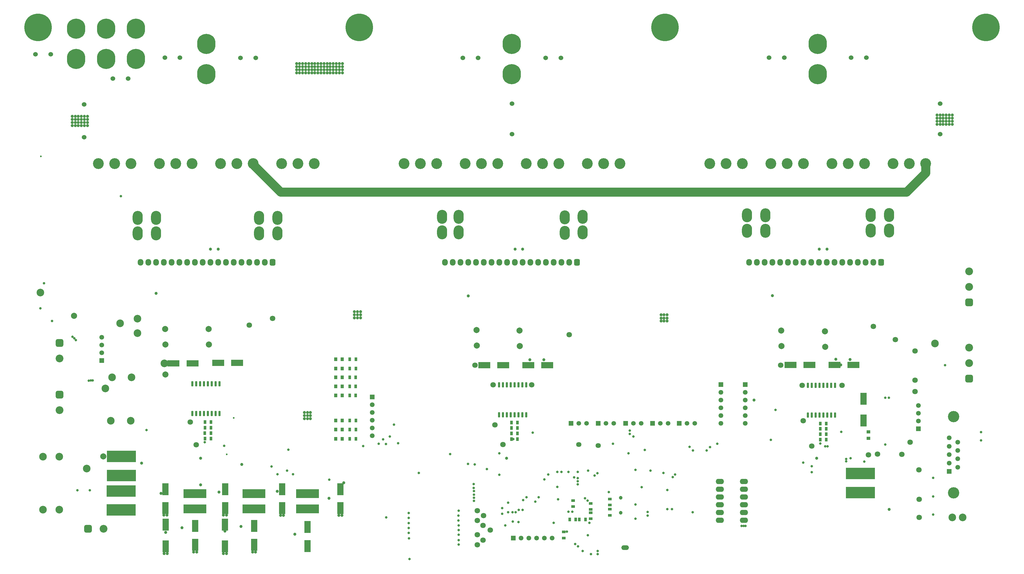
<source format=gbr>
%TF.GenerationSoftware,Altium Limited,Altium Designer,26.1.1 (7)*%
G04 Layer_Color=8388736*
%FSLAX43Y43*%
%MOMM*%
%TF.SameCoordinates,F910D8A4-5627-44EB-A571-6FFAAA827985*%
%TF.FilePolarity,Negative*%
%TF.FileFunction,Soldermask,Top*%
%TF.Part,Single*%
G01*
G75*
%TA.AperFunction,SMDPad,CuDef*%
%ADD10R,4.000X2.000*%
%ADD11R,9.500X3.750*%
%ADD14R,1.100X1.200*%
%ADD15R,2.000X4.000*%
G04:AMPARAMS|DCode=16|XSize=1.65mm|YSize=0.6mm|CornerRadius=0.051mm|HoleSize=0mm|Usage=FLASHONLY|Rotation=90.000|XOffset=0mm|YOffset=0mm|HoleType=Round|Shape=RoundedRectangle|*
%AMROUNDEDRECTD16*
21,1,1.650,0.498,0,0,90.0*
21,1,1.548,0.600,0,0,90.0*
1,1,0.102,0.249,0.774*
1,1,0.102,0.249,-0.774*
1,1,0.102,-0.249,-0.774*
1,1,0.102,-0.249,0.774*
%
%ADD16ROUNDEDRECTD16*%
%ADD17R,7.500X3.000*%
%ADD18R,1.200X1.100*%
%TA.AperFunction,ComponentPad*%
%ADD27O,1.800X1.500*%
%ADD28C,1.800*%
%ADD29C,2.000*%
%ADD30C,3.550*%
%ADD31R,1.550X1.550*%
%ADD32C,1.550*%
%ADD33O,2.700X1.750*%
%ADD34C,3.700*%
%ADD35C,1.500*%
%ADD36R,1.500X1.500*%
%ADD37C,1.200*%
%ADD38C,1.524*%
%ADD39O,6.000X6.600*%
%ADD40C,2.500*%
%ADD41C,2.550*%
G04:AMPARAMS|DCode=42|XSize=2.55mm|YSize=2.55mm|CornerRadius=0.638mm|HoleSize=0mm|Usage=FLASHONLY|Rotation=0.000|XOffset=0mm|YOffset=0mm|HoleType=Round|Shape=RoundedRectangle|*
%AMROUNDEDRECTD42*
21,1,2.550,1.275,0,0,0.0*
21,1,1.275,2.550,0,0,0.0*
1,1,1.275,0.638,-0.638*
1,1,1.275,-0.638,-0.638*
1,1,1.275,-0.638,0.638*
1,1,1.275,0.638,0.638*
%
%ADD42ROUNDEDRECTD42*%
G04:AMPARAMS|DCode=43|XSize=2.55mm|YSize=2.55mm|CornerRadius=0.638mm|HoleSize=0mm|Usage=FLASHONLY|Rotation=270.000|XOffset=0mm|YOffset=0mm|HoleType=Round|Shape=RoundedRectangle|*
%AMROUNDEDRECTD43*
21,1,2.550,1.275,0,0,270.0*
21,1,1.275,2.550,0,0,270.0*
1,1,1.275,-0.638,-0.638*
1,1,1.275,-0.638,0.638*
1,1,1.275,0.638,0.638*
1,1,1.275,0.638,-0.638*
%
%ADD43ROUNDEDRECTD43*%
%ADD44O,1.905X2.159*%
G04:AMPARAMS|DCode=45|XSize=1.905mm|YSize=2.159mm|CornerRadius=0.476mm|HoleSize=0mm|Usage=FLASHONLY|Rotation=0.000|XOffset=0mm|YOffset=0mm|HoleType=Round|Shape=RoundedRectangle|*
%AMROUNDEDRECTD45*
21,1,1.905,1.206,0,0,0.0*
21,1,0.953,2.159,0,0,0.0*
1,1,0.953,0.476,-0.603*
1,1,0.953,-0.476,-0.603*
1,1,0.953,-0.476,0.603*
1,1,0.953,0.476,0.603*
%
%ADD45ROUNDEDRECTD45*%
%ADD46O,3.302X4.572*%
%ADD47O,2.500X1.500*%
%ADD48R,1.550X1.550*%
%TA.AperFunction,ViaPad*%
%ADD49C,0.600*%
%ADD50C,0.800*%
%ADD51C,1.270*%
%ADD52C,1.000*%
%ADD53C,9.000*%
%ADD54C,2.000*%
%TA.AperFunction,NonConductor*%
%ADD107C,3.000*%
%TA.AperFunction,SMDPad,CuDef*%
%ADD108R,0.830X1.280*%
%ADD109R,1.280X0.830*%
D10*
X165305Y64331D02*
D03*
X171528D02*
D03*
X70101Y65061D02*
D03*
X63878D02*
D03*
X55501Y64911D02*
D03*
X49278D02*
D03*
X257282Y64354D02*
D03*
X251059D02*
D03*
X271712D02*
D03*
X265489D02*
D03*
X157156Y64321D02*
D03*
X150933D02*
D03*
D11*
X32250Y34400D02*
D03*
Y28150D02*
D03*
X32125Y23111D02*
D03*
Y16861D02*
D03*
X273925Y22600D02*
D03*
Y28850D02*
D03*
D14*
X104430Y60366D02*
D03*
X102330D02*
D03*
X104430Y57366D02*
D03*
X102330D02*
D03*
X104430Y66254D02*
D03*
X102330D02*
D03*
X104430Y63245D02*
D03*
X102330D02*
D03*
X104430Y54366D02*
D03*
X102330D02*
D03*
X104455Y43216D02*
D03*
X102355D02*
D03*
X104455Y46216D02*
D03*
X102355D02*
D03*
X104455Y40216D02*
D03*
X102355D02*
D03*
D15*
X103850Y23675D02*
D03*
Y17452D02*
D03*
X66150Y23675D02*
D03*
Y17452D02*
D03*
X84800Y23675D02*
D03*
Y17452D02*
D03*
X66075Y4950D02*
D03*
Y12050D02*
D03*
X75625Y11675D02*
D03*
Y5452D02*
D03*
X275000Y53319D02*
D03*
Y46219D02*
D03*
X93125Y11300D02*
D03*
Y5077D02*
D03*
X46660Y23675D02*
D03*
Y17452D02*
D03*
X56350Y11675D02*
D03*
Y5452D02*
D03*
X46700Y4950D02*
D03*
Y12050D02*
D03*
D16*
X60521Y48476D02*
D03*
X64331D02*
D03*
X57981D02*
D03*
X59251D02*
D03*
X55441Y58226D02*
D03*
X56711D02*
D03*
X57981D02*
D03*
X59251D02*
D03*
X60521D02*
D03*
X61791D02*
D03*
X63061D02*
D03*
X64331D02*
D03*
X63061Y48476D02*
D03*
X61791D02*
D03*
X56711D02*
D03*
X55441D02*
D03*
X261812Y47979D02*
D03*
X265622D02*
D03*
X259272D02*
D03*
X260542D02*
D03*
X256732Y57729D02*
D03*
X258002D02*
D03*
X259272D02*
D03*
X260542D02*
D03*
X261812D02*
D03*
X263082D02*
D03*
X264352D02*
D03*
X265622D02*
D03*
X264352Y47979D02*
D03*
X263082D02*
D03*
X258002D02*
D03*
X256732D02*
D03*
X155738Y48086D02*
D03*
X157008D02*
D03*
X162088D02*
D03*
X163358D02*
D03*
X164628Y57836D02*
D03*
X163358D02*
D03*
X162088D02*
D03*
X160818D02*
D03*
X159548D02*
D03*
X158278D02*
D03*
X157008D02*
D03*
X155738D02*
D03*
X159548Y48086D02*
D03*
X158278D02*
D03*
X164628D02*
D03*
X160818D02*
D03*
D17*
X75575Y22200D02*
D03*
Y17200D02*
D03*
X93125D02*
D03*
Y22200D02*
D03*
X56300Y17200D02*
D03*
Y22200D02*
D03*
D18*
X276541Y42468D02*
D03*
Y40368D02*
D03*
D27*
X188161Y37987D02*
D03*
X181871Y38279D02*
D03*
D28*
X166439Y57836D02*
D03*
X148660Y13457D02*
D03*
X152871Y10317D02*
D03*
X148660Y5477D02*
D03*
Y16602D02*
D03*
Y8727D02*
D03*
X150683Y15002D02*
D03*
X150475Y7027D02*
D03*
Y11827D02*
D03*
X56711Y38232D02*
D03*
X54714Y45661D02*
D03*
X74041Y77404D02*
D03*
X81661Y79635D02*
D03*
X247860Y64326D02*
D03*
X267927Y57729D02*
D03*
X254871D02*
D03*
X258002Y37788D02*
D03*
X278232Y77032D02*
D03*
X255223Y46105D02*
D03*
X293185Y20344D02*
D03*
X293072Y30054D02*
D03*
X287475Y35075D02*
D03*
X147856Y64321D02*
D03*
X157008Y38337D02*
D03*
X178714Y74317D02*
D03*
X153823Y57836D02*
D03*
X154374Y44728D02*
D03*
X293135Y14410D02*
D03*
X291806Y55633D02*
D03*
X276609Y34900D02*
D03*
X290180Y39078D02*
D03*
X291806Y59367D02*
D03*
X285396Y72651D02*
D03*
X291781Y68959D02*
D03*
X279555Y35172D02*
D03*
D29*
X16700Y80466D02*
D03*
X46623Y71070D02*
D03*
X46548Y76145D02*
D03*
X46654Y61250D02*
D03*
X60881Y71070D02*
D03*
X60806Y76145D02*
D03*
X262443Y70319D02*
D03*
X262368Y75394D02*
D03*
X248151Y70560D02*
D03*
X248076Y75635D02*
D03*
X162528Y70566D02*
D03*
X162453Y75641D02*
D03*
X148377Y75780D02*
D03*
X148452Y70705D02*
D03*
D30*
X124666Y130369D02*
D03*
X130000D02*
D03*
X135334D02*
D03*
X95334D02*
D03*
X90000D02*
D03*
X84666D02*
D03*
X184666D02*
D03*
X190000D02*
D03*
X195334D02*
D03*
X164666D02*
D03*
X170000D02*
D03*
X175334D02*
D03*
X44666D02*
D03*
X50000D02*
D03*
X55334D02*
D03*
X24666D02*
D03*
X30000D02*
D03*
X35334D02*
D03*
X64666D02*
D03*
X70000D02*
D03*
X75334D02*
D03*
X284666D02*
D03*
X290000D02*
D03*
X295334D02*
D03*
X264666D02*
D03*
X270000D02*
D03*
X275334D02*
D03*
X144666D02*
D03*
X150000D02*
D03*
X155334D02*
D03*
X224666D02*
D03*
X230000D02*
D03*
X235334D02*
D03*
X244666D02*
D03*
X250000D02*
D03*
X255334D02*
D03*
D31*
X25775Y65845D02*
D03*
X302985Y29515D02*
D03*
X114300Y53870D02*
D03*
X292961Y43498D02*
D03*
X228279Y57970D02*
D03*
X236279Y57960D02*
D03*
D32*
X25775Y68385D02*
D03*
Y70925D02*
D03*
Y73465D02*
D03*
X302985Y34995D02*
D03*
Y32255D02*
D03*
Y37735D02*
D03*
Y40475D02*
D03*
X305825Y36365D02*
D03*
Y33625D02*
D03*
Y30885D02*
D03*
Y39105D02*
D03*
X114300Y51330D02*
D03*
Y48790D02*
D03*
Y46250D02*
D03*
Y43710D02*
D03*
Y41170D02*
D03*
X173080Y7700D02*
D03*
X170540D02*
D03*
X168000D02*
D03*
X165460D02*
D03*
X162920D02*
D03*
X292961Y46038D02*
D03*
Y48578D02*
D03*
Y51118D02*
D03*
X228279Y55430D02*
D03*
Y52890D02*
D03*
Y50350D02*
D03*
Y47810D02*
D03*
Y45270D02*
D03*
X236279Y55420D02*
D03*
Y52880D02*
D03*
Y50340D02*
D03*
Y47800D02*
D03*
Y45260D02*
D03*
D33*
X228024Y13500D02*
D03*
Y16040D02*
D03*
Y18580D02*
D03*
Y21120D02*
D03*
Y23660D02*
D03*
Y26200D02*
D03*
X235865Y26225D02*
D03*
Y23685D02*
D03*
Y21145D02*
D03*
Y18605D02*
D03*
Y16065D02*
D03*
Y13525D02*
D03*
D34*
X304405Y22505D02*
D03*
Y47495D02*
D03*
D35*
X202257Y45225D02*
D03*
X199717D02*
D03*
X217202D02*
D03*
X219742D02*
D03*
X193241Y45287D02*
D03*
X190701D02*
D03*
X208532Y45225D02*
D03*
X211072D02*
D03*
X184411Y45237D02*
D03*
X181871D02*
D03*
D36*
X197177Y45225D02*
D03*
X214662D02*
D03*
X188161Y45287D02*
D03*
X205992Y45225D02*
D03*
X179331Y45237D02*
D03*
D37*
X195524Y15981D02*
D03*
Y20861D02*
D03*
D38*
X4150Y166175D02*
D03*
X9100D02*
D03*
X29450Y158225D02*
D03*
X34400D02*
D03*
X46445Y165059D02*
D03*
X51395D02*
D03*
X76135Y164983D02*
D03*
X71185D02*
D03*
X148869Y165004D02*
D03*
X143919D02*
D03*
X249058Y165034D02*
D03*
X244108D02*
D03*
X275869Y165059D02*
D03*
X270919D02*
D03*
X175971Y165004D02*
D03*
X160000Y140004D02*
D03*
Y150004D02*
D03*
X300000Y140004D02*
D03*
Y150004D02*
D03*
X20000Y138976D02*
D03*
Y149726D02*
D03*
X171021Y165004D02*
D03*
D39*
X27250Y174540D02*
D03*
Y164634D02*
D03*
X17425Y174540D02*
D03*
Y164634D02*
D03*
X60000Y159638D02*
D03*
Y169544D02*
D03*
X37000Y164634D02*
D03*
Y174540D02*
D03*
X159893Y159638D02*
D03*
Y169544D02*
D03*
X259994Y159638D02*
D03*
Y169544D02*
D03*
D40*
X307400Y14480D02*
D03*
X304005D02*
D03*
X31815Y78014D02*
D03*
X37446Y79505D02*
D03*
X6564Y16963D02*
D03*
X11898D02*
D03*
Y34362D02*
D03*
X6564D02*
D03*
X20914Y30470D02*
D03*
X46252Y64911D02*
D03*
X5724Y88112D02*
D03*
X37446Y74800D02*
D03*
X35545Y60305D02*
D03*
X35293Y46105D02*
D03*
X28765Y46105D02*
D03*
X29185Y60305D02*
D03*
X27025Y56685D02*
D03*
X298316Y71428D02*
D03*
D41*
X26390Y10725D02*
D03*
X12000Y49539D02*
D03*
Y66539D02*
D03*
X309475Y65000D02*
D03*
Y70080D02*
D03*
Y90000D02*
D03*
Y95080D02*
D03*
D42*
X21310Y10725D02*
D03*
D43*
X12000Y54619D02*
D03*
Y71619D02*
D03*
X309475Y59920D02*
D03*
Y84920D02*
D03*
D44*
X58801Y98029D02*
D03*
X38481D02*
D03*
X56261D02*
D03*
X48641D02*
D03*
X53721D02*
D03*
X46101D02*
D03*
X51181D02*
D03*
X43561D02*
D03*
X41021D02*
D03*
X61341D02*
D03*
X63881D02*
D03*
X66421D02*
D03*
X71501D02*
D03*
X79121D02*
D03*
X68961D02*
D03*
X74041D02*
D03*
X76581D02*
D03*
X158394Y98010D02*
D03*
X138074D02*
D03*
X155854D02*
D03*
X148234D02*
D03*
X153314D02*
D03*
X145694D02*
D03*
X150774D02*
D03*
X143154D02*
D03*
X140614D02*
D03*
X160934D02*
D03*
X163474D02*
D03*
X166014D02*
D03*
X171094D02*
D03*
X178714D02*
D03*
X168554D02*
D03*
X173634D02*
D03*
X176174D02*
D03*
X275692D02*
D03*
X273152D02*
D03*
X268072D02*
D03*
X278232D02*
D03*
X270612D02*
D03*
X265532D02*
D03*
X262992D02*
D03*
X260452D02*
D03*
X240132D02*
D03*
X242672D02*
D03*
X250292D02*
D03*
X245212D02*
D03*
X252832D02*
D03*
X247752D02*
D03*
X255372D02*
D03*
X237592D02*
D03*
X257912D02*
D03*
D45*
X81661Y98029D02*
D03*
X181254Y98010D02*
D03*
X280772D02*
D03*
D46*
X43562Y112544D02*
D03*
Y107464D02*
D03*
X37562Y112544D02*
D03*
Y107464D02*
D03*
X77277Y112592D02*
D03*
Y107512D02*
D03*
X83277Y112592D02*
D03*
Y107512D02*
D03*
X283380Y113506D02*
D03*
Y108426D02*
D03*
X277380Y113506D02*
D03*
Y108426D02*
D03*
X236888Y113430D02*
D03*
Y108350D02*
D03*
X242888Y113430D02*
D03*
Y108350D02*
D03*
X183094Y107808D02*
D03*
Y112888D02*
D03*
X177278Y107681D02*
D03*
Y112761D02*
D03*
X142545Y107808D02*
D03*
Y112888D02*
D03*
X137109Y107808D02*
D03*
Y112888D02*
D03*
D47*
X196975Y4550D02*
D03*
D48*
X160380Y7700D02*
D03*
D49*
X5875Y132700D02*
D03*
X66705Y35068D02*
D03*
X69000Y47075D02*
D03*
D50*
X22216Y59275D02*
D03*
X21566Y59264D02*
D03*
X22866Y59275D02*
D03*
X126484Y775D02*
D03*
X181600Y4970D02*
D03*
X185800Y2425D02*
D03*
X183105Y3450D02*
D03*
X188025Y2425D02*
D03*
Y3450D02*
D03*
X184835Y8569D02*
D03*
X235099Y11630D02*
D03*
X235750D02*
D03*
X236400D02*
D03*
X32025Y119650D02*
D03*
X203407Y36515D02*
D03*
X129550Y29025D02*
D03*
X86404Y29775D02*
D03*
X83315Y28539D02*
D03*
X17343Y72509D02*
D03*
X16793Y73091D02*
D03*
X88396Y28539D02*
D03*
X301604Y64312D02*
D03*
X16191Y73649D02*
D03*
X81310Y31079D02*
D03*
X86867Y36579D02*
D03*
X111342Y37779D02*
D03*
X118800Y38509D02*
D03*
X139750Y35195D02*
D03*
X155825Y35400D02*
D03*
X198100Y35425D02*
D03*
X258002Y29278D02*
D03*
X258000Y31200D02*
D03*
X255275Y32375D02*
D03*
X173628Y12631D02*
D03*
X162150Y12915D02*
D03*
X6925Y91125D02*
D03*
X9548Y78817D02*
D03*
X100245Y26800D02*
D03*
X205325Y29800D02*
D03*
X65836Y37926D02*
D03*
X164725Y21025D02*
D03*
X151775Y30275D02*
D03*
X155875Y28450D02*
D03*
X122775Y38775D02*
D03*
X117850Y39975D02*
D03*
X120000Y40975D02*
D03*
X200400Y30000D02*
D03*
Y18700D02*
D03*
X202395Y24357D02*
D03*
X212561Y27607D02*
D03*
X176175Y29299D02*
D03*
X145625Y31925D02*
D03*
X184750Y19975D02*
D03*
X183851Y20705D02*
D03*
X184900Y29800D02*
D03*
X180351Y27568D02*
D03*
X171875Y28500D02*
D03*
X181468Y29299D02*
D03*
X178450Y29300D02*
D03*
X174775D02*
D03*
X118825Y14475D02*
D03*
X5724Y82922D02*
D03*
X313374Y42354D02*
D03*
X313424Y39677D02*
D03*
X297783Y15338D02*
D03*
X297758Y21338D02*
D03*
Y27363D02*
D03*
X269325Y32800D02*
D03*
X263212Y37683D02*
D03*
X262412D02*
D03*
X260837Y38688D02*
D03*
X269324Y33600D02*
D03*
X21894Y23338D02*
D03*
X40450Y43075D02*
D03*
X246218Y49700D02*
D03*
X219100Y16150D02*
D03*
X270700Y33800D02*
D03*
X275225Y32700D02*
D03*
X282095Y38300D02*
D03*
X244700Y39850D02*
D03*
X223625Y36400D02*
D03*
X219150Y36375D02*
D03*
X224750Y37500D02*
D03*
X227100Y38600D02*
D03*
X204391Y15071D02*
D03*
X147549Y19850D02*
D03*
X218050Y37525D02*
D03*
X178451Y16288D02*
D03*
X193025Y38575D02*
D03*
X158700Y19245D02*
D03*
X210775Y17125D02*
D03*
X212355D02*
D03*
X204391Y16199D02*
D03*
X210760Y23375D02*
D03*
X177972Y9746D02*
D03*
X180621Y5700D02*
D03*
X187000Y28125D02*
D03*
X187977Y28947D02*
D03*
X198500Y42925D02*
D03*
X199717Y40952D02*
D03*
X198500Y41800D02*
D03*
X181468Y27327D02*
D03*
X209490Y28975D02*
D03*
X116350Y38550D02*
D03*
X121425Y44800D02*
D03*
X147482Y25375D02*
D03*
X170575Y26850D02*
D03*
X168725Y21000D02*
D03*
X167600Y19625D02*
D03*
X160450Y40061D02*
D03*
X213325Y28475D02*
D03*
X174775Y24450D02*
D03*
X147482Y24132D02*
D03*
X163675Y20100D02*
D03*
X147516Y23066D02*
D03*
X147549Y21921D02*
D03*
X200400Y14050D02*
D03*
X163475Y16925D02*
D03*
X162200D02*
D03*
X147550Y20900D02*
D03*
X156756Y17450D02*
D03*
Y15631D02*
D03*
X161151Y16157D02*
D03*
X160125Y16150D02*
D03*
X158700Y16125D02*
D03*
X160225Y13050D02*
D03*
X157825Y11825D02*
D03*
X179741Y16288D02*
D03*
X181468Y25298D02*
D03*
Y26278D02*
D03*
X185351Y12631D02*
D03*
X191634Y22717D02*
D03*
X175100Y20400D02*
D03*
X147775Y31775D02*
D03*
X142521Y16602D02*
D03*
X142486Y15002D02*
D03*
Y13457D02*
D03*
X126251Y14267D02*
D03*
Y12577D02*
D03*
Y15886D02*
D03*
Y10932D02*
D03*
X126267Y7622D02*
D03*
X126251Y9322D02*
D03*
X142521Y5512D02*
D03*
X142521Y11827D02*
D03*
X142521Y10317D02*
D03*
X142556Y7008D02*
D03*
X142521Y8727D02*
D03*
X17860Y23338D02*
D03*
X59504Y39114D02*
D03*
X267723Y42432D02*
D03*
X166760Y42170D02*
D03*
X282096Y53600D02*
D03*
X283308D02*
D03*
D51*
X2075Y173350D02*
D03*
X3200Y172200D02*
D03*
X1775Y175000D02*
D03*
X5000Y171600D02*
D03*
D52*
X303976Y146272D02*
D03*
X302976D02*
D03*
X301976D02*
D03*
Y145237D02*
D03*
X302976D02*
D03*
X303976D02*
D03*
Y143205D02*
D03*
X302976D02*
D03*
X301976D02*
D03*
Y144240D02*
D03*
X302976D02*
D03*
X303976D02*
D03*
X300993Y144242D02*
D03*
X299993D02*
D03*
X298993D02*
D03*
Y143207D02*
D03*
X299993D02*
D03*
X300993D02*
D03*
Y145239D02*
D03*
X299993D02*
D03*
X298993D02*
D03*
Y146274D02*
D03*
X299993D02*
D03*
X300993D02*
D03*
X110475Y81811D02*
D03*
X109475D02*
D03*
X108475D02*
D03*
Y80775D02*
D03*
X110475D02*
D03*
X108475Y79779D02*
D03*
X109475D02*
D03*
Y80775D02*
D03*
X110475Y79779D02*
D03*
X94072Y46819D02*
D03*
X93072D02*
D03*
X92072D02*
D03*
X94072Y47816D02*
D03*
X93072D02*
D03*
X92072D02*
D03*
Y48852D02*
D03*
X93072D02*
D03*
X94072D02*
D03*
X210722Y78744D02*
D03*
X209722D02*
D03*
X208722D02*
D03*
X210722Y79741D02*
D03*
X209722D02*
D03*
X208722D02*
D03*
Y80776D02*
D03*
X209722D02*
D03*
X210722D02*
D03*
X165835Y66050D02*
D03*
X170448Y66051D02*
D03*
X38800Y32200D02*
D03*
X71625Y31775D02*
D03*
X103373Y15134D02*
D03*
X83225Y23000D02*
D03*
X58150Y25139D02*
D03*
X46700Y9500D02*
D03*
X239129Y52880D02*
D03*
X283350Y17100D02*
D03*
X104373Y15134D02*
D03*
X84273Y15084D02*
D03*
X85273D02*
D03*
X65623Y15209D02*
D03*
X66623D02*
D03*
X46134Y15189D02*
D03*
X47134D02*
D03*
X46198Y2584D02*
D03*
X47198D02*
D03*
X75123Y3134D02*
D03*
X76123D02*
D03*
X65573Y2584D02*
D03*
X66573D02*
D03*
X55848Y3109D02*
D03*
X56848D02*
D03*
X104993Y25769D02*
D03*
X64150Y22708D02*
D03*
X259657Y33818D02*
D03*
X158175Y33825D02*
D03*
X18130Y145875D02*
D03*
X17130D02*
D03*
X16130D02*
D03*
Y144839D02*
D03*
X17130D02*
D03*
X18130D02*
D03*
Y142807D02*
D03*
X17130D02*
D03*
X16130D02*
D03*
Y143843D02*
D03*
X17130D02*
D03*
X18130D02*
D03*
X21113Y143841D02*
D03*
X20113D02*
D03*
X19113D02*
D03*
Y142805D02*
D03*
X20113D02*
D03*
X21113D02*
D03*
Y144837D02*
D03*
X20113D02*
D03*
X19113D02*
D03*
Y145873D02*
D03*
X20113D02*
D03*
X21113D02*
D03*
X88975Y8960D02*
D03*
X100150Y20675D02*
D03*
X58150Y33825D02*
D03*
X52060Y11050D02*
D03*
X45150Y22300D02*
D03*
X71350Y11433D02*
D03*
X66075Y9910D02*
D03*
X263012Y102305D02*
D03*
X260472Y102313D02*
D03*
X163474Y102321D02*
D03*
X160985Y102347D02*
D03*
X61341Y102321D02*
D03*
X63881D02*
D03*
X245161Y87081D02*
D03*
X145694Y86980D02*
D03*
X43586Y87818D02*
D03*
X270564Y66204D02*
D03*
X267489Y64354D02*
D03*
X265938Y66220D02*
D03*
X104514Y161066D02*
D03*
X103514D02*
D03*
X102514D02*
D03*
X101514D02*
D03*
X100514D02*
D03*
X99514D02*
D03*
X98514D02*
D03*
X97514D02*
D03*
Y160030D02*
D03*
X98514D02*
D03*
X99514D02*
D03*
X100514D02*
D03*
X101514D02*
D03*
X102514D02*
D03*
X103514D02*
D03*
X104514D02*
D03*
Y162062D02*
D03*
X103514D02*
D03*
X102514D02*
D03*
X101514D02*
D03*
X100514D02*
D03*
X99514D02*
D03*
X98514D02*
D03*
X97514D02*
D03*
Y163098D02*
D03*
X98514D02*
D03*
X99514D02*
D03*
X100514D02*
D03*
X101514D02*
D03*
X102514D02*
D03*
X103514D02*
D03*
X104514D02*
D03*
X96513D02*
D03*
X95513D02*
D03*
X94513D02*
D03*
X93513D02*
D03*
X92513D02*
D03*
X91513D02*
D03*
X90513D02*
D03*
X89513D02*
D03*
Y162062D02*
D03*
X90513D02*
D03*
X91513D02*
D03*
X92513D02*
D03*
X93513D02*
D03*
X94513D02*
D03*
X95513D02*
D03*
X96513D02*
D03*
Y160030D02*
D03*
X95513D02*
D03*
X94513D02*
D03*
X93513D02*
D03*
X92513D02*
D03*
X91513D02*
D03*
X90513D02*
D03*
X89513D02*
D03*
Y161066D02*
D03*
X90513D02*
D03*
X91513D02*
D03*
X92513D02*
D03*
X93513D02*
D03*
X94513D02*
D03*
X95513D02*
D03*
X96513D02*
D03*
D53*
X110000Y175000D02*
D03*
X210000D02*
D03*
X5000Y175004D02*
D03*
X315000Y175000D02*
D03*
D54*
X26343Y34400D02*
D03*
D107*
X295079Y130585D02*
X295275Y130388D01*
Y127264D02*
Y130388D01*
X289052Y121041D02*
X295275Y127264D01*
X75188Y130150D02*
X84297Y121041D01*
X289052D01*
D108*
X108929Y66255D02*
D03*
X106929D02*
D03*
X106880Y60366D02*
D03*
X108880D02*
D03*
X106880Y57366D02*
D03*
X108880D02*
D03*
X106880Y54366D02*
D03*
X108880D02*
D03*
X106905Y40216D02*
D03*
X108905D02*
D03*
X106905Y43216D02*
D03*
X108905D02*
D03*
X106905Y46216D02*
D03*
X108905D02*
D03*
X108929Y63245D02*
D03*
X106929D02*
D03*
X178851Y13742D02*
D03*
X180851D02*
D03*
X184007Y13742D02*
D03*
X182007D02*
D03*
X59542Y43851D02*
D03*
X61542D02*
D03*
X61532Y42062D02*
D03*
X59532D02*
D03*
X59542Y45661D02*
D03*
X61542D02*
D03*
Y40272D02*
D03*
X59542D02*
D03*
X260807Y43450D02*
D03*
X262807D02*
D03*
Y41670D02*
D03*
X260807D02*
D03*
X260812Y45175D02*
D03*
X262812D02*
D03*
X262812Y39895D02*
D03*
X260812D02*
D03*
X159813Y41938D02*
D03*
X161813D02*
D03*
Y43721D02*
D03*
X159813D02*
D03*
X161813Y45491D02*
D03*
X159813D02*
D03*
Y40118D02*
D03*
X161813D02*
D03*
D109*
X191982Y18479D02*
D03*
Y20479D02*
D03*
X176950Y7700D02*
D03*
Y9700D02*
D03*
X191982Y17149D02*
D03*
Y15149D02*
D03*
X185741Y15975D02*
D03*
Y13975D02*
D03*
X185741Y19021D02*
D03*
Y17021D02*
D03*
X180000Y19975D02*
D03*
Y17975D02*
D03*
%TF.MD5,e9855e7227198e2da84e11fb1c44a841*%
M02*

</source>
